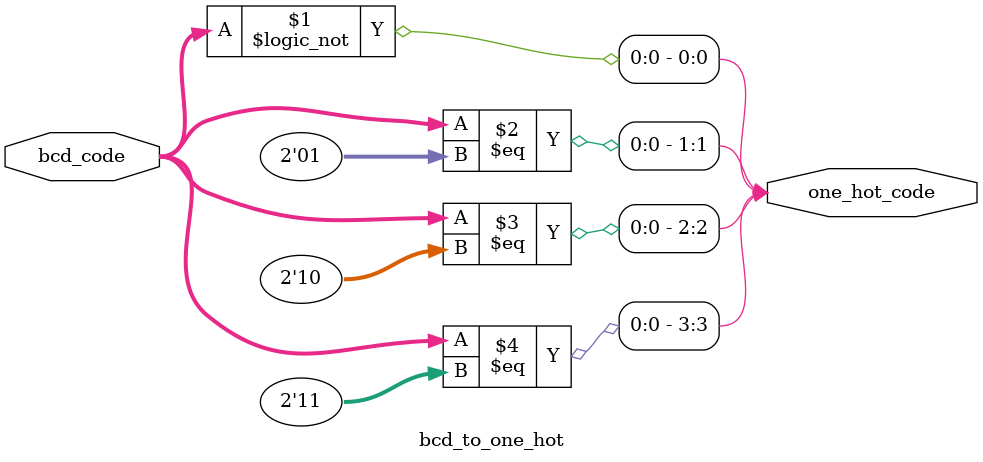
<source format=v>
`timescale 1ns / 1ps
`include "define.v"
module bcd_to_one_hot #(
	parameter BCD_WIDTH		=	2,
	parameter ONE_HOT_WIDTH	=	2**BCD_WIDTH
	
)
(
	input 	[BCD_WIDTH-1			:	0]	bcd_code,
	output 	[ONE_HOT_WIDTH-1		:	0] one_hot_code
 );

	genvar i;
	generate 
		for(i=0; i<ONE_HOT_WIDTH; i=i+1) begin :one_hot_gen_loop
				assign one_hot_code[i] = bcd_code == i[BCD_WIDTH-1			:	0];
		end
	endgenerate
 
endmodule
</source>
